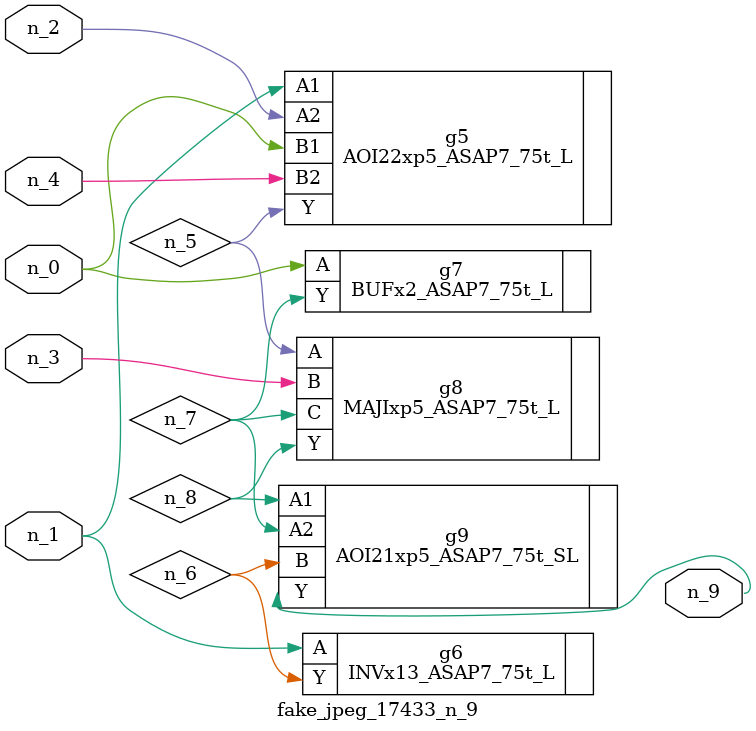
<source format=v>
module fake_jpeg_17433_n_9 (n_3, n_2, n_1, n_0, n_4, n_9);

input n_3;
input n_2;
input n_1;
input n_0;
input n_4;

output n_9;

wire n_8;
wire n_6;
wire n_5;
wire n_7;

AOI22xp5_ASAP7_75t_L g5 ( 
.A1(n_1),
.A2(n_2),
.B1(n_0),
.B2(n_4),
.Y(n_5)
);

INVx13_ASAP7_75t_L g6 ( 
.A(n_1),
.Y(n_6)
);

BUFx2_ASAP7_75t_L g7 ( 
.A(n_0),
.Y(n_7)
);

MAJIxp5_ASAP7_75t_L g8 ( 
.A(n_5),
.B(n_3),
.C(n_7),
.Y(n_8)
);

AOI21xp5_ASAP7_75t_SL g9 ( 
.A1(n_8),
.A2(n_7),
.B(n_6),
.Y(n_9)
);


endmodule
</source>
